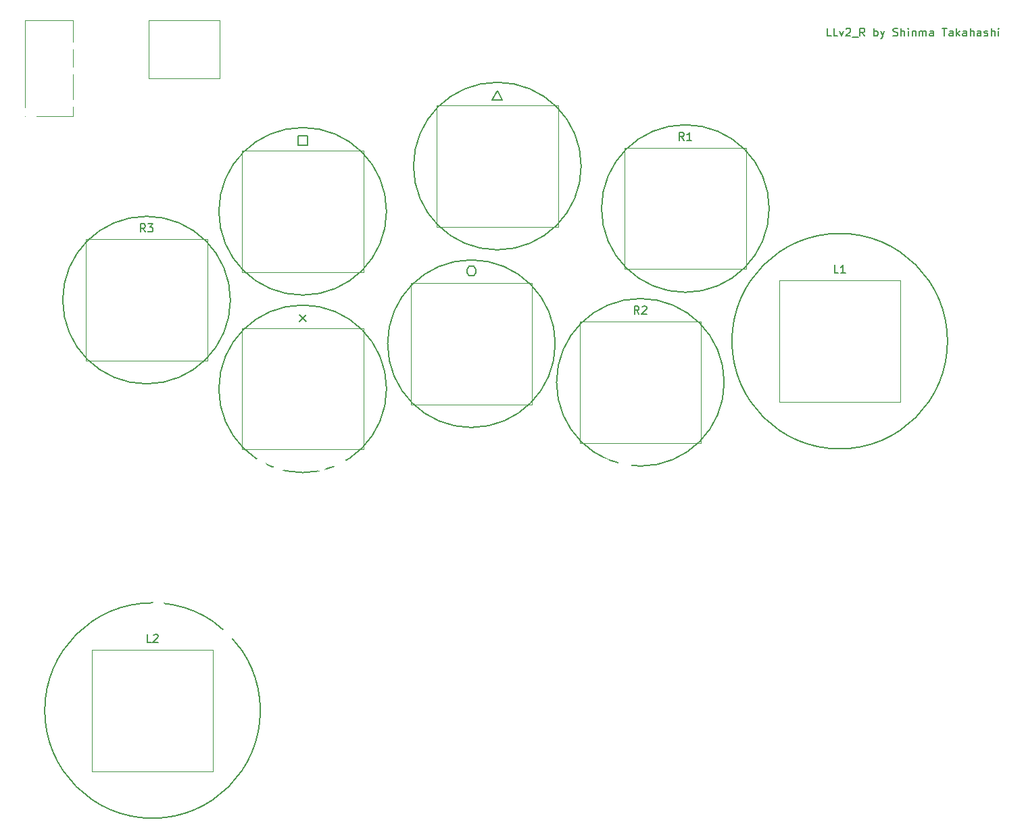
<source format=gto>
G04 #@! TF.GenerationSoftware,KiCad,Pcbnew,8.0.2*
G04 #@! TF.CreationDate,2024-05-28T17:08:08+09:00*
G04 #@! TF.ProjectId,LLv2_R,4c4c7632-5f52-42e6-9b69-6361645f7063,rev?*
G04 #@! TF.SameCoordinates,Original*
G04 #@! TF.FileFunction,Legend,Top*
G04 #@! TF.FilePolarity,Positive*
%FSLAX46Y46*%
G04 Gerber Fmt 4.6, Leading zero omitted, Abs format (unit mm)*
G04 Created by KiCad (PCBNEW 8.0.2) date 2024-05-28 17:08:08*
%MOMM*%
%LPD*%
G01*
G04 APERTURE LIST*
%ADD10C,0.200000*%
%ADD11C,0.150000*%
%ADD12C,0.120000*%
%ADD13C,0.100000*%
%ADD14C,2.200000*%
%ADD15C,1.800000*%
%ADD16C,1.665000*%
%ADD17C,1.500000*%
G04 APERTURE END LIST*
D10*
X98243000Y-23584000D02*
G75*
G02*
X77243000Y-23584000I-10500000J0D01*
G01*
X77243000Y-23584000D02*
G75*
G02*
X98243000Y-23584000I10500000J0D01*
G01*
X50311000Y-23933000D02*
G75*
G02*
X29311000Y-23933000I-10500000J0D01*
G01*
X29311000Y-23933000D02*
G75*
G02*
X50311000Y-23933000I10500000J0D01*
G01*
X34500000Y-86500000D02*
G75*
G02*
X7500000Y-86500000I-13500000J0D01*
G01*
X7500000Y-86500000D02*
G75*
G02*
X34500000Y-86500000I13500000J0D01*
G01*
X92610000Y-45367000D02*
G75*
G02*
X71610000Y-45367000I-10500000J0D01*
G01*
X71610000Y-45367000D02*
G75*
G02*
X92610000Y-45367000I10500000J0D01*
G01*
X120582000Y-40205000D02*
G75*
G02*
X93582000Y-40205000I-13500000J0D01*
G01*
X93582000Y-40205000D02*
G75*
G02*
X120582000Y-40205000I13500000J0D01*
G01*
X74695000Y-18261000D02*
G75*
G02*
X53695000Y-18261000I-10500000J0D01*
G01*
X53695000Y-18261000D02*
G75*
G02*
X74695000Y-18261000I10500000J0D01*
G01*
X50311000Y-46183000D02*
G75*
G02*
X29311000Y-46183000I-10500000J0D01*
G01*
X29311000Y-46183000D02*
G75*
G02*
X50311000Y-46183000I10500000J0D01*
G01*
X71447000Y-40526000D02*
G75*
G02*
X50447000Y-40526000I-10500000J0D01*
G01*
X50447000Y-40526000D02*
G75*
G02*
X71447000Y-40526000I10500000J0D01*
G01*
X30754000Y-35058000D02*
G75*
G02*
X9754000Y-35058000I-10500000J0D01*
G01*
X9754000Y-35058000D02*
G75*
G02*
X30754000Y-35058000I10500000J0D01*
G01*
D11*
X106012969Y-1969819D02*
X105536779Y-1969819D01*
X105536779Y-1969819D02*
X105536779Y-969819D01*
X106822493Y-1969819D02*
X106346303Y-1969819D01*
X106346303Y-1969819D02*
X106346303Y-969819D01*
X107060589Y-1303152D02*
X107298684Y-1969819D01*
X107298684Y-1969819D02*
X107536779Y-1303152D01*
X107870113Y-1065057D02*
X107917732Y-1017438D01*
X107917732Y-1017438D02*
X108012970Y-969819D01*
X108012970Y-969819D02*
X108251065Y-969819D01*
X108251065Y-969819D02*
X108346303Y-1017438D01*
X108346303Y-1017438D02*
X108393922Y-1065057D01*
X108393922Y-1065057D02*
X108441541Y-1160295D01*
X108441541Y-1160295D02*
X108441541Y-1255533D01*
X108441541Y-1255533D02*
X108393922Y-1398390D01*
X108393922Y-1398390D02*
X107822494Y-1969819D01*
X107822494Y-1969819D02*
X108441541Y-1969819D01*
X108632018Y-2065057D02*
X109393922Y-2065057D01*
X110203446Y-1969819D02*
X109870113Y-1493628D01*
X109632018Y-1969819D02*
X109632018Y-969819D01*
X109632018Y-969819D02*
X110012970Y-969819D01*
X110012970Y-969819D02*
X110108208Y-1017438D01*
X110108208Y-1017438D02*
X110155827Y-1065057D01*
X110155827Y-1065057D02*
X110203446Y-1160295D01*
X110203446Y-1160295D02*
X110203446Y-1303152D01*
X110203446Y-1303152D02*
X110155827Y-1398390D01*
X110155827Y-1398390D02*
X110108208Y-1446009D01*
X110108208Y-1446009D02*
X110012970Y-1493628D01*
X110012970Y-1493628D02*
X109632018Y-1493628D01*
X111393923Y-1969819D02*
X111393923Y-969819D01*
X111393923Y-1350771D02*
X111489161Y-1303152D01*
X111489161Y-1303152D02*
X111679637Y-1303152D01*
X111679637Y-1303152D02*
X111774875Y-1350771D01*
X111774875Y-1350771D02*
X111822494Y-1398390D01*
X111822494Y-1398390D02*
X111870113Y-1493628D01*
X111870113Y-1493628D02*
X111870113Y-1779342D01*
X111870113Y-1779342D02*
X111822494Y-1874580D01*
X111822494Y-1874580D02*
X111774875Y-1922200D01*
X111774875Y-1922200D02*
X111679637Y-1969819D01*
X111679637Y-1969819D02*
X111489161Y-1969819D01*
X111489161Y-1969819D02*
X111393923Y-1922200D01*
X112203447Y-1303152D02*
X112441542Y-1969819D01*
X112679637Y-1303152D02*
X112441542Y-1969819D01*
X112441542Y-1969819D02*
X112346304Y-2207914D01*
X112346304Y-2207914D02*
X112298685Y-2255533D01*
X112298685Y-2255533D02*
X112203447Y-2303152D01*
X113774876Y-1922200D02*
X113917733Y-1969819D01*
X113917733Y-1969819D02*
X114155828Y-1969819D01*
X114155828Y-1969819D02*
X114251066Y-1922200D01*
X114251066Y-1922200D02*
X114298685Y-1874580D01*
X114298685Y-1874580D02*
X114346304Y-1779342D01*
X114346304Y-1779342D02*
X114346304Y-1684104D01*
X114346304Y-1684104D02*
X114298685Y-1588866D01*
X114298685Y-1588866D02*
X114251066Y-1541247D01*
X114251066Y-1541247D02*
X114155828Y-1493628D01*
X114155828Y-1493628D02*
X113965352Y-1446009D01*
X113965352Y-1446009D02*
X113870114Y-1398390D01*
X113870114Y-1398390D02*
X113822495Y-1350771D01*
X113822495Y-1350771D02*
X113774876Y-1255533D01*
X113774876Y-1255533D02*
X113774876Y-1160295D01*
X113774876Y-1160295D02*
X113822495Y-1065057D01*
X113822495Y-1065057D02*
X113870114Y-1017438D01*
X113870114Y-1017438D02*
X113965352Y-969819D01*
X113965352Y-969819D02*
X114203447Y-969819D01*
X114203447Y-969819D02*
X114346304Y-1017438D01*
X114774876Y-1969819D02*
X114774876Y-969819D01*
X115203447Y-1969819D02*
X115203447Y-1446009D01*
X115203447Y-1446009D02*
X115155828Y-1350771D01*
X115155828Y-1350771D02*
X115060590Y-1303152D01*
X115060590Y-1303152D02*
X114917733Y-1303152D01*
X114917733Y-1303152D02*
X114822495Y-1350771D01*
X114822495Y-1350771D02*
X114774876Y-1398390D01*
X115679638Y-1969819D02*
X115679638Y-1303152D01*
X115679638Y-969819D02*
X115632019Y-1017438D01*
X115632019Y-1017438D02*
X115679638Y-1065057D01*
X115679638Y-1065057D02*
X115727257Y-1017438D01*
X115727257Y-1017438D02*
X115679638Y-969819D01*
X115679638Y-969819D02*
X115679638Y-1065057D01*
X116155828Y-1303152D02*
X116155828Y-1969819D01*
X116155828Y-1398390D02*
X116203447Y-1350771D01*
X116203447Y-1350771D02*
X116298685Y-1303152D01*
X116298685Y-1303152D02*
X116441542Y-1303152D01*
X116441542Y-1303152D02*
X116536780Y-1350771D01*
X116536780Y-1350771D02*
X116584399Y-1446009D01*
X116584399Y-1446009D02*
X116584399Y-1969819D01*
X117060590Y-1969819D02*
X117060590Y-1303152D01*
X117060590Y-1398390D02*
X117108209Y-1350771D01*
X117108209Y-1350771D02*
X117203447Y-1303152D01*
X117203447Y-1303152D02*
X117346304Y-1303152D01*
X117346304Y-1303152D02*
X117441542Y-1350771D01*
X117441542Y-1350771D02*
X117489161Y-1446009D01*
X117489161Y-1446009D02*
X117489161Y-1969819D01*
X117489161Y-1446009D02*
X117536780Y-1350771D01*
X117536780Y-1350771D02*
X117632018Y-1303152D01*
X117632018Y-1303152D02*
X117774875Y-1303152D01*
X117774875Y-1303152D02*
X117870114Y-1350771D01*
X117870114Y-1350771D02*
X117917733Y-1446009D01*
X117917733Y-1446009D02*
X117917733Y-1969819D01*
X118822494Y-1969819D02*
X118822494Y-1446009D01*
X118822494Y-1446009D02*
X118774875Y-1350771D01*
X118774875Y-1350771D02*
X118679637Y-1303152D01*
X118679637Y-1303152D02*
X118489161Y-1303152D01*
X118489161Y-1303152D02*
X118393923Y-1350771D01*
X118822494Y-1922200D02*
X118727256Y-1969819D01*
X118727256Y-1969819D02*
X118489161Y-1969819D01*
X118489161Y-1969819D02*
X118393923Y-1922200D01*
X118393923Y-1922200D02*
X118346304Y-1826961D01*
X118346304Y-1826961D02*
X118346304Y-1731723D01*
X118346304Y-1731723D02*
X118393923Y-1636485D01*
X118393923Y-1636485D02*
X118489161Y-1588866D01*
X118489161Y-1588866D02*
X118727256Y-1588866D01*
X118727256Y-1588866D02*
X118822494Y-1541247D01*
X119917733Y-969819D02*
X120489161Y-969819D01*
X120203447Y-1969819D02*
X120203447Y-969819D01*
X121251066Y-1969819D02*
X121251066Y-1446009D01*
X121251066Y-1446009D02*
X121203447Y-1350771D01*
X121203447Y-1350771D02*
X121108209Y-1303152D01*
X121108209Y-1303152D02*
X120917733Y-1303152D01*
X120917733Y-1303152D02*
X120822495Y-1350771D01*
X121251066Y-1922200D02*
X121155828Y-1969819D01*
X121155828Y-1969819D02*
X120917733Y-1969819D01*
X120917733Y-1969819D02*
X120822495Y-1922200D01*
X120822495Y-1922200D02*
X120774876Y-1826961D01*
X120774876Y-1826961D02*
X120774876Y-1731723D01*
X120774876Y-1731723D02*
X120822495Y-1636485D01*
X120822495Y-1636485D02*
X120917733Y-1588866D01*
X120917733Y-1588866D02*
X121155828Y-1588866D01*
X121155828Y-1588866D02*
X121251066Y-1541247D01*
X121727257Y-1969819D02*
X121727257Y-969819D01*
X121822495Y-1588866D02*
X122108209Y-1969819D01*
X122108209Y-1303152D02*
X121727257Y-1684104D01*
X122965352Y-1969819D02*
X122965352Y-1446009D01*
X122965352Y-1446009D02*
X122917733Y-1350771D01*
X122917733Y-1350771D02*
X122822495Y-1303152D01*
X122822495Y-1303152D02*
X122632019Y-1303152D01*
X122632019Y-1303152D02*
X122536781Y-1350771D01*
X122965352Y-1922200D02*
X122870114Y-1969819D01*
X122870114Y-1969819D02*
X122632019Y-1969819D01*
X122632019Y-1969819D02*
X122536781Y-1922200D01*
X122536781Y-1922200D02*
X122489162Y-1826961D01*
X122489162Y-1826961D02*
X122489162Y-1731723D01*
X122489162Y-1731723D02*
X122536781Y-1636485D01*
X122536781Y-1636485D02*
X122632019Y-1588866D01*
X122632019Y-1588866D02*
X122870114Y-1588866D01*
X122870114Y-1588866D02*
X122965352Y-1541247D01*
X123441543Y-1969819D02*
X123441543Y-969819D01*
X123870114Y-1969819D02*
X123870114Y-1446009D01*
X123870114Y-1446009D02*
X123822495Y-1350771D01*
X123822495Y-1350771D02*
X123727257Y-1303152D01*
X123727257Y-1303152D02*
X123584400Y-1303152D01*
X123584400Y-1303152D02*
X123489162Y-1350771D01*
X123489162Y-1350771D02*
X123441543Y-1398390D01*
X124774876Y-1969819D02*
X124774876Y-1446009D01*
X124774876Y-1446009D02*
X124727257Y-1350771D01*
X124727257Y-1350771D02*
X124632019Y-1303152D01*
X124632019Y-1303152D02*
X124441543Y-1303152D01*
X124441543Y-1303152D02*
X124346305Y-1350771D01*
X124774876Y-1922200D02*
X124679638Y-1969819D01*
X124679638Y-1969819D02*
X124441543Y-1969819D01*
X124441543Y-1969819D02*
X124346305Y-1922200D01*
X124346305Y-1922200D02*
X124298686Y-1826961D01*
X124298686Y-1826961D02*
X124298686Y-1731723D01*
X124298686Y-1731723D02*
X124346305Y-1636485D01*
X124346305Y-1636485D02*
X124441543Y-1588866D01*
X124441543Y-1588866D02*
X124679638Y-1588866D01*
X124679638Y-1588866D02*
X124774876Y-1541247D01*
X125203448Y-1922200D02*
X125298686Y-1969819D01*
X125298686Y-1969819D02*
X125489162Y-1969819D01*
X125489162Y-1969819D02*
X125584400Y-1922200D01*
X125584400Y-1922200D02*
X125632019Y-1826961D01*
X125632019Y-1826961D02*
X125632019Y-1779342D01*
X125632019Y-1779342D02*
X125584400Y-1684104D01*
X125584400Y-1684104D02*
X125489162Y-1636485D01*
X125489162Y-1636485D02*
X125346305Y-1636485D01*
X125346305Y-1636485D02*
X125251067Y-1588866D01*
X125251067Y-1588866D02*
X125203448Y-1493628D01*
X125203448Y-1493628D02*
X125203448Y-1446009D01*
X125203448Y-1446009D02*
X125251067Y-1350771D01*
X125251067Y-1350771D02*
X125346305Y-1303152D01*
X125346305Y-1303152D02*
X125489162Y-1303152D01*
X125489162Y-1303152D02*
X125584400Y-1350771D01*
X126060591Y-1969819D02*
X126060591Y-969819D01*
X126489162Y-1969819D02*
X126489162Y-1446009D01*
X126489162Y-1446009D02*
X126441543Y-1350771D01*
X126441543Y-1350771D02*
X126346305Y-1303152D01*
X126346305Y-1303152D02*
X126203448Y-1303152D01*
X126203448Y-1303152D02*
X126108210Y-1350771D01*
X126108210Y-1350771D02*
X126060591Y-1398390D01*
X126965353Y-1969819D02*
X126965353Y-1303152D01*
X126965353Y-969819D02*
X126917734Y-1017438D01*
X126917734Y-1017438D02*
X126965353Y-1065057D01*
X126965353Y-1065057D02*
X127012972Y-1017438D01*
X127012972Y-1017438D02*
X126965353Y-969819D01*
X126965353Y-969819D02*
X126965353Y-1065057D01*
X39382429Y-36869128D02*
X40239571Y-37726271D01*
X40239571Y-36869128D02*
X39382429Y-37726271D01*
X60661286Y-30783557D02*
X61232714Y-30783557D01*
X61232714Y-30783557D02*
X61518428Y-31212128D01*
X61518428Y-31212128D02*
X61518428Y-31640700D01*
X61518428Y-31640700D02*
X61232714Y-31997842D01*
X61232714Y-31997842D02*
X60661286Y-31997842D01*
X60661286Y-31997842D02*
X60375571Y-31640700D01*
X60375571Y-31640700D02*
X60375571Y-31212128D01*
X60375571Y-31212128D02*
X60661286Y-30783557D01*
X20833333Y-77954819D02*
X20357143Y-77954819D01*
X20357143Y-77954819D02*
X20357143Y-76954819D01*
X21119048Y-77050057D02*
X21166667Y-77002438D01*
X21166667Y-77002438D02*
X21261905Y-76954819D01*
X21261905Y-76954819D02*
X21500000Y-76954819D01*
X21500000Y-76954819D02*
X21595238Y-77002438D01*
X21595238Y-77002438D02*
X21642857Y-77050057D01*
X21642857Y-77050057D02*
X21690476Y-77145295D01*
X21690476Y-77145295D02*
X21690476Y-77240533D01*
X21690476Y-77240533D02*
X21642857Y-77383390D01*
X21642857Y-77383390D02*
X21071429Y-77954819D01*
X21071429Y-77954819D02*
X21690476Y-77954819D01*
X64195000Y-8804271D02*
X64837857Y-9947128D01*
X64837857Y-9947128D02*
X63552143Y-9947128D01*
X63552143Y-9947128D02*
X64195000Y-8804271D01*
X87576333Y-15038819D02*
X87243000Y-14562628D01*
X87004905Y-15038819D02*
X87004905Y-14038819D01*
X87004905Y-14038819D02*
X87385857Y-14038819D01*
X87385857Y-14038819D02*
X87481095Y-14086438D01*
X87481095Y-14086438D02*
X87528714Y-14134057D01*
X87528714Y-14134057D02*
X87576333Y-14229295D01*
X87576333Y-14229295D02*
X87576333Y-14372152D01*
X87576333Y-14372152D02*
X87528714Y-14467390D01*
X87528714Y-14467390D02*
X87481095Y-14515009D01*
X87481095Y-14515009D02*
X87385857Y-14562628D01*
X87385857Y-14562628D02*
X87004905Y-14562628D01*
X88528714Y-15038819D02*
X87957286Y-15038819D01*
X88243000Y-15038819D02*
X88243000Y-14038819D01*
X88243000Y-14038819D02*
X88147762Y-14181676D01*
X88147762Y-14181676D02*
X88052524Y-14276914D01*
X88052524Y-14276914D02*
X87957286Y-14324533D01*
X81943333Y-36821819D02*
X81610000Y-36345628D01*
X81371905Y-36821819D02*
X81371905Y-35821819D01*
X81371905Y-35821819D02*
X81752857Y-35821819D01*
X81752857Y-35821819D02*
X81848095Y-35869438D01*
X81848095Y-35869438D02*
X81895714Y-35917057D01*
X81895714Y-35917057D02*
X81943333Y-36012295D01*
X81943333Y-36012295D02*
X81943333Y-36155152D01*
X81943333Y-36155152D02*
X81895714Y-36250390D01*
X81895714Y-36250390D02*
X81848095Y-36298009D01*
X81848095Y-36298009D02*
X81752857Y-36345628D01*
X81752857Y-36345628D02*
X81371905Y-36345628D01*
X82324286Y-35917057D02*
X82371905Y-35869438D01*
X82371905Y-35869438D02*
X82467143Y-35821819D01*
X82467143Y-35821819D02*
X82705238Y-35821819D01*
X82705238Y-35821819D02*
X82800476Y-35869438D01*
X82800476Y-35869438D02*
X82848095Y-35917057D01*
X82848095Y-35917057D02*
X82895714Y-36012295D01*
X82895714Y-36012295D02*
X82895714Y-36107533D01*
X82895714Y-36107533D02*
X82848095Y-36250390D01*
X82848095Y-36250390D02*
X82276667Y-36821819D01*
X82276667Y-36821819D02*
X82895714Y-36821819D01*
X20087333Y-26512819D02*
X19754000Y-26036628D01*
X19515905Y-26512819D02*
X19515905Y-25512819D01*
X19515905Y-25512819D02*
X19896857Y-25512819D01*
X19896857Y-25512819D02*
X19992095Y-25560438D01*
X19992095Y-25560438D02*
X20039714Y-25608057D01*
X20039714Y-25608057D02*
X20087333Y-25703295D01*
X20087333Y-25703295D02*
X20087333Y-25846152D01*
X20087333Y-25846152D02*
X20039714Y-25941390D01*
X20039714Y-25941390D02*
X19992095Y-25989009D01*
X19992095Y-25989009D02*
X19896857Y-26036628D01*
X19896857Y-26036628D02*
X19515905Y-26036628D01*
X20420667Y-25512819D02*
X21039714Y-25512819D01*
X21039714Y-25512819D02*
X20706381Y-25893771D01*
X20706381Y-25893771D02*
X20849238Y-25893771D01*
X20849238Y-25893771D02*
X20944476Y-25941390D01*
X20944476Y-25941390D02*
X20992095Y-25989009D01*
X20992095Y-25989009D02*
X21039714Y-26084247D01*
X21039714Y-26084247D02*
X21039714Y-26322342D01*
X21039714Y-26322342D02*
X20992095Y-26417580D01*
X20992095Y-26417580D02*
X20944476Y-26465200D01*
X20944476Y-26465200D02*
X20849238Y-26512819D01*
X20849238Y-26512819D02*
X20563524Y-26512819D01*
X20563524Y-26512819D02*
X20468286Y-26465200D01*
X20468286Y-26465200D02*
X20420667Y-26417580D01*
X106915333Y-31659819D02*
X106439143Y-31659819D01*
X106439143Y-31659819D02*
X106439143Y-30659819D01*
X107772476Y-31659819D02*
X107201048Y-31659819D01*
X107486762Y-31659819D02*
X107486762Y-30659819D01*
X107486762Y-30659819D02*
X107391524Y-30802676D01*
X107391524Y-30802676D02*
X107296286Y-30897914D01*
X107296286Y-30897914D02*
X107201048Y-30945533D01*
X39239571Y-14476271D02*
X40382429Y-14476271D01*
X40382429Y-14476271D02*
X40382429Y-15619128D01*
X40382429Y-15619128D02*
X39239571Y-15619128D01*
X39239571Y-15619128D02*
X39239571Y-14476271D01*
D12*
G04 #@! TO.C,\u00D7*
X32211000Y-38583000D02*
X32211000Y-53783000D01*
X32211000Y-38583000D02*
X47411000Y-38583000D01*
X32211000Y-53783000D02*
X47411000Y-53783000D01*
X47411000Y-53783000D02*
X47411000Y-38583000D01*
G04 #@! TO.C,J1*
D13*
X5000000Y-12000000D02*
X11000000Y-12000000D01*
X11000000Y0D01*
X5000000Y0D01*
X5000000Y-12000000D01*
D12*
G04 #@! TO.C,\u3007*
X53347000Y-32926000D02*
X53347000Y-48126000D01*
X53347000Y-32926000D02*
X68547000Y-32926000D01*
X53347000Y-48126000D02*
X68547000Y-48126000D01*
X68547000Y-48126000D02*
X68547000Y-32926000D01*
G04 #@! TO.C,L2*
X13400000Y-78900000D02*
X13400000Y-94100000D01*
X13400000Y-78900000D02*
X28600000Y-78900000D01*
X13400000Y-94100000D02*
X28600000Y-94100000D01*
X28600000Y-94100000D02*
X28600000Y-78900000D01*
G04 #@! TO.C,\u25B3*
X56595000Y-10661000D02*
X56595000Y-25861000D01*
X56595000Y-10661000D02*
X71795000Y-10661000D01*
X56595000Y-25861000D02*
X71795000Y-25861000D01*
X71795000Y-25861000D02*
X71795000Y-10661000D01*
G04 #@! TO.C,R1*
X80143000Y-15984000D02*
X80143000Y-31184000D01*
X80143000Y-15984000D02*
X95343000Y-15984000D01*
X80143000Y-31184000D02*
X95343000Y-31184000D01*
X95343000Y-31184000D02*
X95343000Y-15984000D01*
G04 #@! TO.C,R2*
X74510000Y-37767000D02*
X74510000Y-52967000D01*
X74510000Y-37767000D02*
X89710000Y-37767000D01*
X74510000Y-52967000D02*
X89710000Y-52967000D01*
X89710000Y-52967000D02*
X89710000Y-37767000D01*
G04 #@! TO.C,R3*
X12654000Y-27458000D02*
X12654000Y-42658000D01*
X12654000Y-27458000D02*
X27854000Y-27458000D01*
X12654000Y-42658000D02*
X27854000Y-42658000D01*
X27854000Y-42658000D02*
X27854000Y-27458000D01*
G04 #@! TO.C,L1*
X99482000Y-32605000D02*
X99482000Y-47805000D01*
X99482000Y-32605000D02*
X114682000Y-32605000D01*
X99482000Y-47805000D02*
X114682000Y-47805000D01*
X114682000Y-47805000D02*
X114682000Y-32605000D01*
G04 #@! TO.C,4090USBCBreakout1*
D13*
X20500000Y0D02*
X29440000Y0D01*
X29440000Y-7300000D01*
X20500000Y-7300000D01*
X20500000Y0D01*
D12*
G04 #@! TO.C,\u25A1*
X32211000Y-16333000D02*
X32211000Y-31533000D01*
X32211000Y-16333000D02*
X47411000Y-16333000D01*
X32211000Y-31533000D02*
X47411000Y-31533000D01*
X47411000Y-31533000D02*
X47411000Y-16333000D01*
G04 #@! TD*
%LPC*%
D14*
G04 #@! TO.C,\u00D7*
X39811000Y-52083000D03*
X34811000Y-49983000D03*
G04 #@! TD*
D15*
G04 #@! TO.C,J1*
X10250000Y-6300000D03*
X10250000Y-10400000D03*
X5750000Y-11500000D03*
X10250000Y-3200000D03*
G04 #@! TD*
D14*
G04 #@! TO.C,\u3007*
X60947000Y-46426000D03*
X55947000Y-44326000D03*
G04 #@! TD*
G04 #@! TO.C,L2*
X21000000Y-92400000D03*
X16000000Y-90300000D03*
G04 #@! TD*
G04 #@! TO.C,\u25B3*
X64195000Y-24161000D03*
X59195000Y-22061000D03*
G04 #@! TD*
D16*
G04 #@! TO.C,Teensy4.1*
X26810000Y-76050000D03*
X29350000Y-55730000D03*
X30620000Y-76810000D03*
X38240000Y-76810000D03*
X39510000Y-55730000D03*
X40780000Y-76810000D03*
X42050000Y-55730000D03*
X44590000Y-55730000D03*
X47130000Y-55730000D03*
X49670000Y-55730000D03*
X52210000Y-55730000D03*
X52210000Y-76050000D03*
X54750000Y-76050000D03*
X57290000Y-76050000D03*
X59830000Y-76050000D03*
X62370000Y-55730000D03*
X62370000Y-76050000D03*
X64910000Y-55730000D03*
X64910000Y-76050000D03*
X67450000Y-55730000D03*
X67450000Y-76050000D03*
X69990000Y-55730000D03*
X69990000Y-76050000D03*
X72530000Y-55730000D03*
X72530000Y-76050000D03*
X75070000Y-55730000D03*
X75070000Y-76050000D03*
X77610000Y-76050000D03*
X80150000Y-76050000D03*
X85230000Y-73510000D03*
X44590000Y-76050000D03*
X47130000Y-76050000D03*
X49670000Y-76050000D03*
X57290000Y-55730000D03*
X54750000Y-55730000D03*
X36970000Y-55730000D03*
X34430000Y-55730000D03*
X31890000Y-55730000D03*
X85230000Y-58270000D03*
X80150000Y-55730000D03*
X77610000Y-55730000D03*
X35700000Y-76810000D03*
X33160000Y-76810000D03*
X21730000Y-58270000D03*
X21730000Y-60810000D03*
X59830000Y-51920000D03*
X26810000Y-55730000D03*
X21730000Y-73510000D03*
G04 #@! TD*
D14*
G04 #@! TO.C,R1*
X87743000Y-29484000D03*
X82743000Y-27384000D03*
G04 #@! TD*
G04 #@! TO.C,R2*
X82110000Y-51267000D03*
X77110000Y-49167000D03*
G04 #@! TD*
G04 #@! TO.C,R3*
X20254000Y-40958000D03*
X15254000Y-38858000D03*
G04 #@! TD*
G04 #@! TO.C,L1*
X107082000Y-46105000D03*
X102082000Y-44005000D03*
G04 #@! TD*
D17*
G04 #@! TO.C,4090USBCBreakout1*
X13540000Y-11430000D03*
X18620000Y-16510000D03*
X21160000Y-16510000D03*
X23700000Y-16510000D03*
X26240000Y-16510000D03*
X28780000Y-16510000D03*
X31320000Y-16510000D03*
X36400000Y-11430000D03*
G04 #@! TD*
D14*
G04 #@! TO.C,\u25A1*
X39811000Y-29833000D03*
X34811000Y-27733000D03*
G04 #@! TD*
%LPD*%
M02*

</source>
